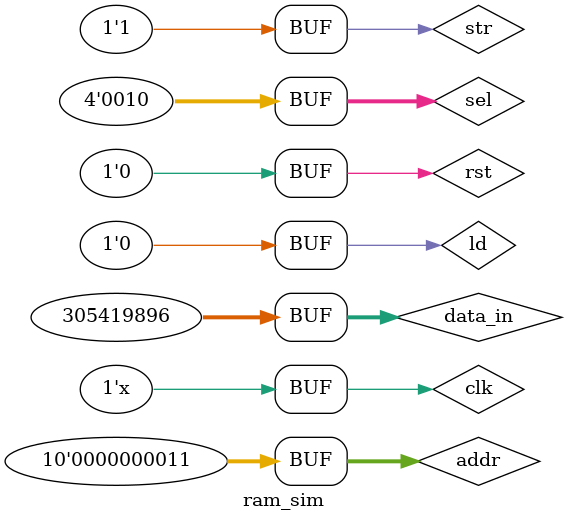
<source format=v>
`timescale 1ns / 1ps


module ram_sim(

    );

    reg clk;
    reg rst;
    reg str; // store data enable
    reg ld; // load data enable
    reg [3:0] sel; // 1bit selector, 0 disables component
    reg [9:0] addr; // 10bits addr
    reg [31:0] data_in; // 32bits data
    wire [31:0] data_out; // 32bits data

    initial begin
        // data_in initial here
        rst=1'b0;
        sel=4'b1111;
        clk=1'b0;
        str=1'b0;
        ld=1'b0;
        data_in=32'h12345678;
        addr=10'b000000001;

        #5 rst=1'b1;
        #20 rst=1'b0;

        // test store
        #10 str=1'b1;

        // test another addr
        #20 addr=10'b0000000010;

        // test sel
        sel=4'b0010;
        #10 addr=10'b0000000011;

    end

    always@(*)begin
        #10 clk<=~clk;
    end

    // RAM is called here
    RAM myram(rst, clk, str, ld, sel, addr, data_in, data_out);

endmodule

</source>
